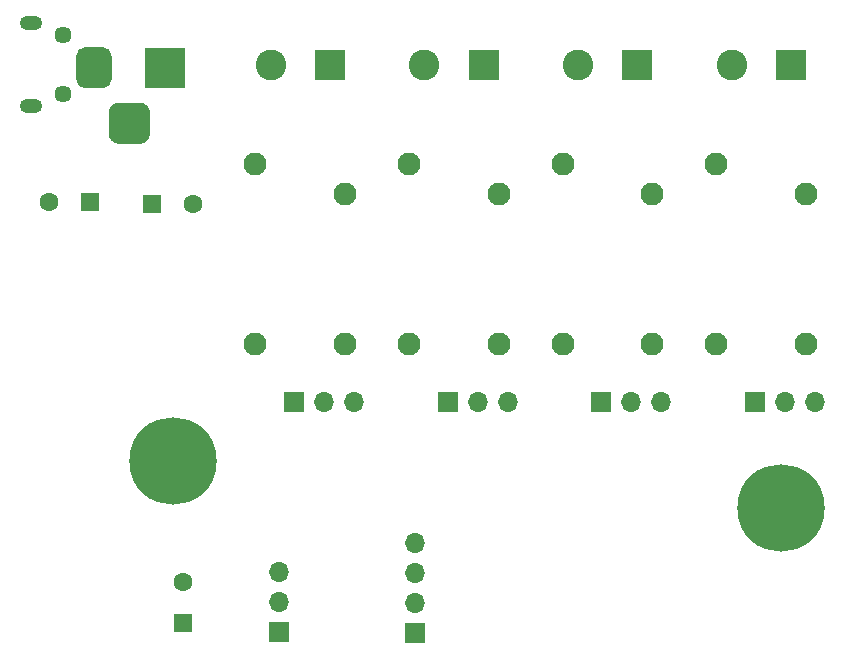
<source format=gbr>
%TF.GenerationSoftware,KiCad,Pcbnew,(5.1.9)-1*%
%TF.CreationDate,2021-07-06T13:13:09+03:00*%
%TF.ProjectId,plumber,706c756d-6265-4722-9e6b-696361645f70,rev?*%
%TF.SameCoordinates,Original*%
%TF.FileFunction,Soldermask,Bot*%
%TF.FilePolarity,Negative*%
%FSLAX46Y46*%
G04 Gerber Fmt 4.6, Leading zero omitted, Abs format (unit mm)*
G04 Created by KiCad (PCBNEW (5.1.9)-1) date 2021-07-06 13:13:09*
%MOMM*%
%LPD*%
G01*
G04 APERTURE LIST*
%ADD10O,1.900000X1.200000*%
%ADD11C,1.450000*%
%ADD12R,3.500000X3.500000*%
%ADD13C,1.600000*%
%ADD14R,1.600000X1.600000*%
%ADD15C,1.950000*%
%ADD16C,2.600000*%
%ADD17R,2.600000X2.600000*%
%ADD18O,1.700000X1.700000*%
%ADD19R,1.700000X1.700000*%
%ADD20C,7.400000*%
G04 APERTURE END LIST*
D10*
%TO.C,J13*%
X120500000Y-69900000D03*
X120500000Y-62900000D03*
D11*
X123200000Y-68900000D03*
X123200000Y-63900000D03*
%TD*%
%TO.C,J12*%
G36*
G01*
X127050000Y-72275000D02*
X127050000Y-70525000D01*
G75*
G02*
X127925000Y-69650000I875000J0D01*
G01*
X129675000Y-69650000D01*
G75*
G02*
X130550000Y-70525000I0J-875000D01*
G01*
X130550000Y-72275000D01*
G75*
G02*
X129675000Y-73150000I-875000J0D01*
G01*
X127925000Y-73150000D01*
G75*
G02*
X127050000Y-72275000I0J875000D01*
G01*
G37*
G36*
G01*
X124300000Y-67700000D02*
X124300000Y-65700000D01*
G75*
G02*
X125050000Y-64950000I750000J0D01*
G01*
X126550000Y-64950000D01*
G75*
G02*
X127300000Y-65700000I0J-750000D01*
G01*
X127300000Y-67700000D01*
G75*
G02*
X126550000Y-68450000I-750000J0D01*
G01*
X125050000Y-68450000D01*
G75*
G02*
X124300000Y-67700000I0J750000D01*
G01*
G37*
D12*
X131800000Y-66700000D03*
%TD*%
D13*
%TO.C,C4*%
X133300000Y-110200000D03*
D14*
X133300000Y-113700000D03*
%TD*%
D13*
%TO.C,C3*%
X122000000Y-78100000D03*
D14*
X125500000Y-78100000D03*
%TD*%
D13*
%TO.C,C2*%
X134200000Y-78200000D03*
D14*
X130700000Y-78200000D03*
%TD*%
D15*
%TO.C,K4*%
X152475000Y-74885000D03*
X152475000Y-90125000D03*
X160075000Y-77425000D03*
X160075000Y-90125000D03*
%TD*%
%TO.C,K3*%
X139475000Y-74860000D03*
X139475000Y-90100000D03*
X147075000Y-77400000D03*
X147075000Y-90100000D03*
%TD*%
%TO.C,K2*%
X178500000Y-74885000D03*
X178500000Y-90125000D03*
X186100000Y-77425000D03*
X186100000Y-90125000D03*
%TD*%
%TO.C,K1*%
X165475000Y-74885000D03*
X165475000Y-90125000D03*
X173075000Y-77425000D03*
X173075000Y-90125000D03*
%TD*%
D16*
%TO.C,J11*%
X179800000Y-66500000D03*
D17*
X184800000Y-66500000D03*
%TD*%
D16*
%TO.C,J10*%
X140775000Y-66500000D03*
D17*
X145775000Y-66500000D03*
%TD*%
D18*
%TO.C,J9*%
X147830000Y-95000000D03*
X145290000Y-95000000D03*
D19*
X142750000Y-95000000D03*
%TD*%
D18*
%TO.C,J4*%
X186855000Y-95000000D03*
X184315000Y-95000000D03*
D19*
X181775000Y-95000000D03*
%TD*%
D18*
%TO.C,J2*%
X173830000Y-95000000D03*
X171290000Y-95000000D03*
D19*
X168750000Y-95000000D03*
%TD*%
D18*
%TO.C,J8*%
X141500000Y-109420000D03*
X141500000Y-111960000D03*
D19*
X141500000Y-114500000D03*
%TD*%
D18*
%TO.C,J6*%
X160830000Y-95000000D03*
X158290000Y-95000000D03*
D19*
X155750000Y-95000000D03*
%TD*%
D16*
%TO.C,J5*%
X153783333Y-66500000D03*
D17*
X158783333Y-66500000D03*
%TD*%
D18*
%TO.C,J7*%
X153000000Y-106960000D03*
X153000000Y-109500000D03*
X153000000Y-112040000D03*
D19*
X153000000Y-114580000D03*
%TD*%
D16*
%TO.C,J1*%
X166791666Y-66500000D03*
D17*
X171791666Y-66500000D03*
%TD*%
D20*
%TO.C,H2*%
X184000000Y-104000000D03*
%TD*%
%TO.C,H1*%
X132500000Y-100000000D03*
%TD*%
M02*

</source>
